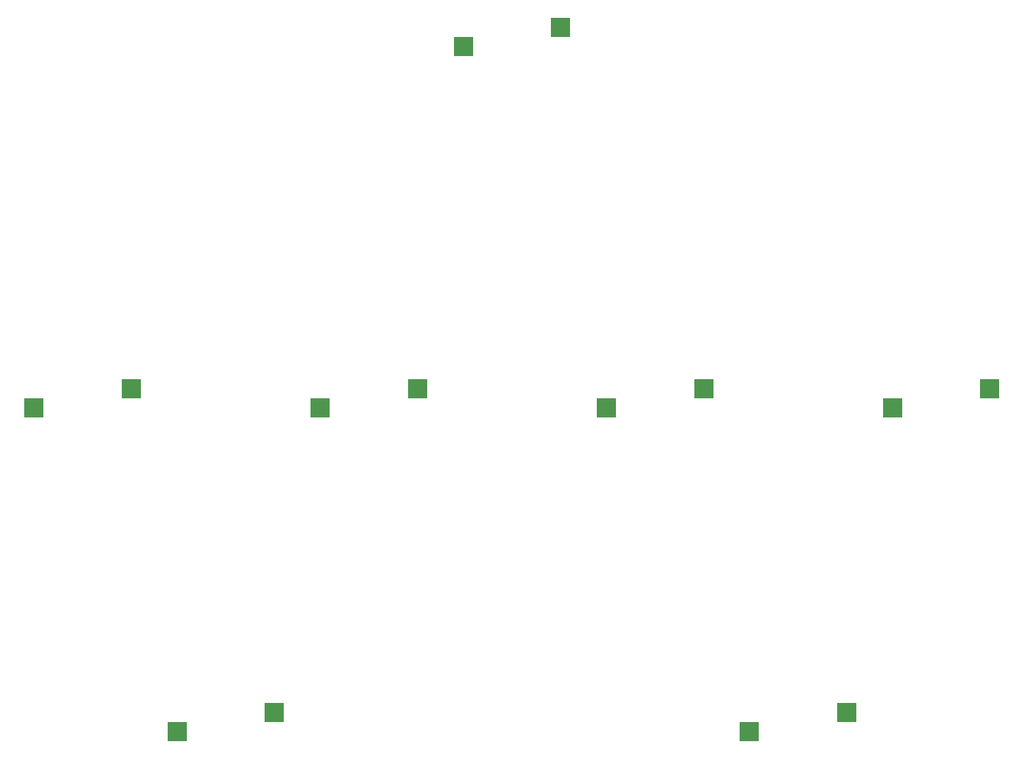
<source format=gbp>
G04 #@! TF.GenerationSoftware,KiCad,Pcbnew,7.0.8*
G04 #@! TF.CreationDate,2023-11-04T04:32:00-07:00*
G04 #@! TF.ProjectId,picovoltexv2,7069636f-766f-46c7-9465-7876322e6b69,rev?*
G04 #@! TF.SameCoordinates,Original*
G04 #@! TF.FileFunction,Paste,Bot*
G04 #@! TF.FilePolarity,Positive*
%FSLAX46Y46*%
G04 Gerber Fmt 4.6, Leading zero omitted, Abs format (unit mm)*
G04 Created by KiCad (PCBNEW 7.0.8) date 2023-11-04 04:32:00*
%MOMM*%
%LPD*%
G01*
G04 APERTURE LIST*
%ADD10R,2.550000X2.500000*%
G04 APERTURE END LIST*
D10*
X183315000Y-141980000D03*
X196242000Y-139440000D03*
X164315000Y-98980000D03*
X177242000Y-96440000D03*
X107315000Y-141980000D03*
X120242000Y-139440000D03*
X145315000Y-50980000D03*
X158242000Y-48440000D03*
X126315000Y-98980000D03*
X139242000Y-96440000D03*
X202315000Y-98980000D03*
X215242000Y-96440000D03*
X88315000Y-98980000D03*
X101242000Y-96440000D03*
M02*

</source>
